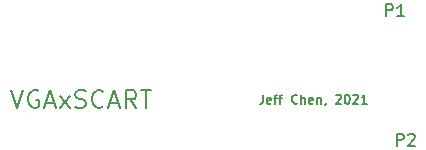
<source format=gbr>
G04 #@! TF.GenerationSoftware,KiCad,Pcbnew,(5.1.10-1-10_14)*
G04 #@! TF.CreationDate,2021-11-15T16:46:54-05:00*
G04 #@! TF.ProjectId,VGA2SCART,56474132-5343-4415-9254-2e6b69636164,1*
G04 #@! TF.SameCoordinates,Original*
G04 #@! TF.FileFunction,Legend,Top*
G04 #@! TF.FilePolarity,Positive*
%FSLAX46Y46*%
G04 Gerber Fmt 4.6, Leading zero omitted, Abs format (unit mm)*
G04 Created by KiCad (PCBNEW (5.1.10-1-10_14)) date 2021-11-15 16:46:54*
%MOMM*%
%LPD*%
G01*
G04 APERTURE LIST*
%ADD10C,0.127000*%
%ADD11C,0.200000*%
%ADD12C,0.150000*%
%ADD13C,1.801600*%
%ADD14C,4.167600*%
G04 APERTURE END LIST*
D10*
X148016428Y-98972714D02*
X148016428Y-99517000D01*
X147980142Y-99625857D01*
X147907571Y-99698428D01*
X147798714Y-99734714D01*
X147726142Y-99734714D01*
X148669571Y-99698428D02*
X148597000Y-99734714D01*
X148451857Y-99734714D01*
X148379285Y-99698428D01*
X148343000Y-99625857D01*
X148343000Y-99335571D01*
X148379285Y-99263000D01*
X148451857Y-99226714D01*
X148597000Y-99226714D01*
X148669571Y-99263000D01*
X148705857Y-99335571D01*
X148705857Y-99408142D01*
X148343000Y-99480714D01*
X148923571Y-99226714D02*
X149213857Y-99226714D01*
X149032428Y-99734714D02*
X149032428Y-99081571D01*
X149068714Y-99009000D01*
X149141285Y-98972714D01*
X149213857Y-98972714D01*
X149359000Y-99226714D02*
X149649285Y-99226714D01*
X149467857Y-99734714D02*
X149467857Y-99081571D01*
X149504142Y-99009000D01*
X149576714Y-98972714D01*
X149649285Y-98972714D01*
X150919285Y-99662142D02*
X150883000Y-99698428D01*
X150774142Y-99734714D01*
X150701571Y-99734714D01*
X150592714Y-99698428D01*
X150520142Y-99625857D01*
X150483857Y-99553285D01*
X150447571Y-99408142D01*
X150447571Y-99299285D01*
X150483857Y-99154142D01*
X150520142Y-99081571D01*
X150592714Y-99009000D01*
X150701571Y-98972714D01*
X150774142Y-98972714D01*
X150883000Y-99009000D01*
X150919285Y-99045285D01*
X151245857Y-99734714D02*
X151245857Y-98972714D01*
X151572428Y-99734714D02*
X151572428Y-99335571D01*
X151536142Y-99263000D01*
X151463571Y-99226714D01*
X151354714Y-99226714D01*
X151282142Y-99263000D01*
X151245857Y-99299285D01*
X152225571Y-99698428D02*
X152153000Y-99734714D01*
X152007857Y-99734714D01*
X151935285Y-99698428D01*
X151899000Y-99625857D01*
X151899000Y-99335571D01*
X151935285Y-99263000D01*
X152007857Y-99226714D01*
X152153000Y-99226714D01*
X152225571Y-99263000D01*
X152261857Y-99335571D01*
X152261857Y-99408142D01*
X151899000Y-99480714D01*
X152588428Y-99226714D02*
X152588428Y-99734714D01*
X152588428Y-99299285D02*
X152624714Y-99263000D01*
X152697285Y-99226714D01*
X152806142Y-99226714D01*
X152878714Y-99263000D01*
X152915000Y-99335571D01*
X152915000Y-99734714D01*
X153314142Y-99698428D02*
X153314142Y-99734714D01*
X153277857Y-99807285D01*
X153241571Y-99843571D01*
X154185000Y-99045285D02*
X154221285Y-99009000D01*
X154293857Y-98972714D01*
X154475285Y-98972714D01*
X154547857Y-99009000D01*
X154584142Y-99045285D01*
X154620428Y-99117857D01*
X154620428Y-99190428D01*
X154584142Y-99299285D01*
X154148714Y-99734714D01*
X154620428Y-99734714D01*
X155092142Y-98972714D02*
X155164714Y-98972714D01*
X155237285Y-99009000D01*
X155273571Y-99045285D01*
X155309857Y-99117857D01*
X155346142Y-99263000D01*
X155346142Y-99444428D01*
X155309857Y-99589571D01*
X155273571Y-99662142D01*
X155237285Y-99698428D01*
X155164714Y-99734714D01*
X155092142Y-99734714D01*
X155019571Y-99698428D01*
X154983285Y-99662142D01*
X154947000Y-99589571D01*
X154910714Y-99444428D01*
X154910714Y-99263000D01*
X154947000Y-99117857D01*
X154983285Y-99045285D01*
X155019571Y-99009000D01*
X155092142Y-98972714D01*
X155636428Y-99045285D02*
X155672714Y-99009000D01*
X155745285Y-98972714D01*
X155926714Y-98972714D01*
X155999285Y-99009000D01*
X156035571Y-99045285D01*
X156071857Y-99117857D01*
X156071857Y-99190428D01*
X156035571Y-99299285D01*
X155600142Y-99734714D01*
X156071857Y-99734714D01*
X156797571Y-99734714D02*
X156362142Y-99734714D01*
X156579857Y-99734714D02*
X156579857Y-98972714D01*
X156507285Y-99081571D01*
X156434714Y-99154142D01*
X156362142Y-99190428D01*
D11*
X126701428Y-98598571D02*
X127201428Y-100098571D01*
X127701428Y-98598571D01*
X128987142Y-98670000D02*
X128844285Y-98598571D01*
X128630000Y-98598571D01*
X128415714Y-98670000D01*
X128272857Y-98812857D01*
X128201428Y-98955714D01*
X128130000Y-99241428D01*
X128130000Y-99455714D01*
X128201428Y-99741428D01*
X128272857Y-99884285D01*
X128415714Y-100027142D01*
X128630000Y-100098571D01*
X128772857Y-100098571D01*
X128987142Y-100027142D01*
X129058571Y-99955714D01*
X129058571Y-99455714D01*
X128772857Y-99455714D01*
X129630000Y-99670000D02*
X130344285Y-99670000D01*
X129487142Y-100098571D02*
X129987142Y-98598571D01*
X130487142Y-100098571D01*
X130844285Y-100098571D02*
X131630000Y-99098571D01*
X130844285Y-99098571D02*
X131630000Y-100098571D01*
X132130000Y-100027142D02*
X132344285Y-100098571D01*
X132701428Y-100098571D01*
X132844285Y-100027142D01*
X132915714Y-99955714D01*
X132987142Y-99812857D01*
X132987142Y-99670000D01*
X132915714Y-99527142D01*
X132844285Y-99455714D01*
X132701428Y-99384285D01*
X132415714Y-99312857D01*
X132272857Y-99241428D01*
X132201428Y-99170000D01*
X132130000Y-99027142D01*
X132130000Y-98884285D01*
X132201428Y-98741428D01*
X132272857Y-98670000D01*
X132415714Y-98598571D01*
X132772857Y-98598571D01*
X132987142Y-98670000D01*
X134487142Y-99955714D02*
X134415714Y-100027142D01*
X134201428Y-100098571D01*
X134058571Y-100098571D01*
X133844285Y-100027142D01*
X133701428Y-99884285D01*
X133630000Y-99741428D01*
X133558571Y-99455714D01*
X133558571Y-99241428D01*
X133630000Y-98955714D01*
X133701428Y-98812857D01*
X133844285Y-98670000D01*
X134058571Y-98598571D01*
X134201428Y-98598571D01*
X134415714Y-98670000D01*
X134487142Y-98741428D01*
X135058571Y-99670000D02*
X135772857Y-99670000D01*
X134915714Y-100098571D02*
X135415714Y-98598571D01*
X135915714Y-100098571D01*
X137272857Y-100098571D02*
X136772857Y-99384285D01*
X136415714Y-100098571D02*
X136415714Y-98598571D01*
X136987142Y-98598571D01*
X137130000Y-98670000D01*
X137201428Y-98741428D01*
X137272857Y-98884285D01*
X137272857Y-99098571D01*
X137201428Y-99241428D01*
X137130000Y-99312857D01*
X136987142Y-99384285D01*
X136415714Y-99384285D01*
X137701428Y-98598571D02*
X138558571Y-98598571D01*
X138130000Y-100098571D02*
X138130000Y-98598571D01*
D12*
X158431904Y-92322380D02*
X158431904Y-91322380D01*
X158812857Y-91322380D01*
X158908095Y-91370000D01*
X158955714Y-91417619D01*
X159003333Y-91512857D01*
X159003333Y-91655714D01*
X158955714Y-91750952D01*
X158908095Y-91798571D01*
X158812857Y-91846190D01*
X158431904Y-91846190D01*
X159955714Y-92322380D02*
X159384285Y-92322380D01*
X159670000Y-92322380D02*
X159670000Y-91322380D01*
X159574761Y-91465238D01*
X159479523Y-91560476D01*
X159384285Y-91608095D01*
X159341904Y-103282380D02*
X159341904Y-102282380D01*
X159722857Y-102282380D01*
X159818095Y-102330000D01*
X159865714Y-102377619D01*
X159913333Y-102472857D01*
X159913333Y-102615714D01*
X159865714Y-102710952D01*
X159818095Y-102758571D01*
X159722857Y-102806190D01*
X159341904Y-102806190D01*
X160294285Y-102377619D02*
X160341904Y-102330000D01*
X160437142Y-102282380D01*
X160675238Y-102282380D01*
X160770476Y-102330000D01*
X160818095Y-102377619D01*
X160865714Y-102472857D01*
X160865714Y-102568095D01*
X160818095Y-102710952D01*
X160246666Y-103282380D01*
X160865714Y-103282380D01*
%LPC*%
D13*
X150745000Y-93350000D03*
X148455000Y-93350000D03*
X146165000Y-93350000D03*
X143875000Y-93350000D03*
X141585000Y-93350000D03*
X149600000Y-95330000D03*
X147310000Y-95330000D03*
X145020000Y-95330000D03*
X142730000Y-95330000D03*
X140440000Y-95330000D03*
X150745000Y-97310000D03*
X148455000Y-97310000D03*
X146165000Y-97310000D03*
X143875000Y-97310000D03*
D14*
X158660000Y-95330000D03*
X133670000Y-95330000D03*
G36*
G01*
X140684200Y-98160000D02*
X140684200Y-96460000D01*
G75*
G02*
X140735000Y-96409200I50800J0D01*
G01*
X142435000Y-96409200D01*
G75*
G02*
X142485800Y-96460000I0J-50800D01*
G01*
X142485800Y-98160000D01*
G75*
G02*
X142435000Y-98210800I-50800J0D01*
G01*
X140735000Y-98210800D01*
G75*
G02*
X140684200Y-98160000I0J50800D01*
G01*
G37*
G36*
G01*
X156710346Y-104533895D02*
X156710346Y-101533895D01*
G75*
G02*
X156761146Y-101483095I50800J0D01*
G01*
X158761146Y-101483095D01*
G75*
G02*
X158811946Y-101533895I0J-50800D01*
G01*
X158811946Y-104533895D01*
G75*
G02*
X158761146Y-104584695I-50800J0D01*
G01*
X156761146Y-104584695D01*
G75*
G02*
X156710346Y-104533895I0J50800D01*
G01*
G37*
G36*
G01*
X152910346Y-104533895D02*
X152910346Y-101533895D01*
G75*
G02*
X152961146Y-101483095I50800J0D01*
G01*
X154961146Y-101483095D01*
G75*
G02*
X155011946Y-101533895I0J-50800D01*
G01*
X155011946Y-104533895D01*
G75*
G02*
X154961146Y-104584695I-50800J0D01*
G01*
X152961146Y-104584695D01*
G75*
G02*
X152910346Y-104533895I0J50800D01*
G01*
G37*
G36*
G01*
X149110346Y-104533895D02*
X149110346Y-101533895D01*
G75*
G02*
X149161146Y-101483095I50800J0D01*
G01*
X151161146Y-101483095D01*
G75*
G02*
X151211946Y-101533895I0J-50800D01*
G01*
X151211946Y-104533895D01*
G75*
G02*
X151161146Y-104584695I-50800J0D01*
G01*
X149161146Y-104584695D01*
G75*
G02*
X149110346Y-104533895I0J50800D01*
G01*
G37*
G36*
G01*
X145310346Y-104533895D02*
X145310346Y-101533895D01*
G75*
G02*
X145361146Y-101483095I50800J0D01*
G01*
X147361146Y-101483095D01*
G75*
G02*
X147411946Y-101533895I0J-50800D01*
G01*
X147411946Y-104533895D01*
G75*
G02*
X147361146Y-104584695I-50800J0D01*
G01*
X145361146Y-104584695D01*
G75*
G02*
X145310346Y-104533895I0J50800D01*
G01*
G37*
G36*
G01*
X141510346Y-104533895D02*
X141510346Y-101533895D01*
G75*
G02*
X141561146Y-101483095I50800J0D01*
G01*
X143561146Y-101483095D01*
G75*
G02*
X143611946Y-101533895I0J-50800D01*
G01*
X143611946Y-104533895D01*
G75*
G02*
X143561146Y-104584695I-50800J0D01*
G01*
X141561146Y-104584695D01*
G75*
G02*
X141510346Y-104533895I0J50800D01*
G01*
G37*
G36*
G01*
X137710346Y-104533895D02*
X137710346Y-101533895D01*
G75*
G02*
X137761146Y-101483095I50800J0D01*
G01*
X139761146Y-101483095D01*
G75*
G02*
X139811946Y-101533895I0J-50800D01*
G01*
X139811946Y-104533895D01*
G75*
G02*
X139761146Y-104584695I-50800J0D01*
G01*
X137761146Y-104584695D01*
G75*
G02*
X137710346Y-104533895I0J50800D01*
G01*
G37*
G36*
G01*
X133910346Y-104533895D02*
X133910346Y-101533895D01*
G75*
G02*
X133961146Y-101483095I50800J0D01*
G01*
X135961146Y-101483095D01*
G75*
G02*
X136011946Y-101533895I0J-50800D01*
G01*
X136011946Y-104533895D01*
G75*
G02*
X135961146Y-104584695I-50800J0D01*
G01*
X133961146Y-104584695D01*
G75*
G02*
X133910346Y-104533895I0J50800D01*
G01*
G37*
G36*
G01*
X130110346Y-104533895D02*
X130110346Y-101533895D01*
G75*
G02*
X130161146Y-101483095I50800J0D01*
G01*
X132161146Y-101483095D01*
G75*
G02*
X132211946Y-101533895I0J-50800D01*
G01*
X132211946Y-104533895D01*
G75*
G02*
X132161146Y-104584695I-50800J0D01*
G01*
X130161146Y-104584695D01*
G75*
G02*
X130110346Y-104533895I0J50800D01*
G01*
G37*
G36*
G01*
X126310346Y-104533895D02*
X126310346Y-101533895D01*
G75*
G02*
X126361146Y-101483095I50800J0D01*
G01*
X128361146Y-101483095D01*
G75*
G02*
X128411946Y-101533895I0J-50800D01*
G01*
X128411946Y-104533895D01*
G75*
G02*
X128361146Y-104584695I-50800J0D01*
G01*
X126361146Y-104584695D01*
G75*
G02*
X126310346Y-104533895I0J50800D01*
G01*
G37*
G36*
G01*
X122510346Y-104533895D02*
X122510346Y-101533895D01*
G75*
G02*
X122561146Y-101483095I50800J0D01*
G01*
X124561146Y-101483095D01*
G75*
G02*
X124611946Y-101533895I0J-50800D01*
G01*
X124611946Y-104533895D01*
G75*
G02*
X124561146Y-104584695I-50800J0D01*
G01*
X122561146Y-104584695D01*
G75*
G02*
X122510346Y-104533895I0J50800D01*
G01*
G37*
M02*

</source>
